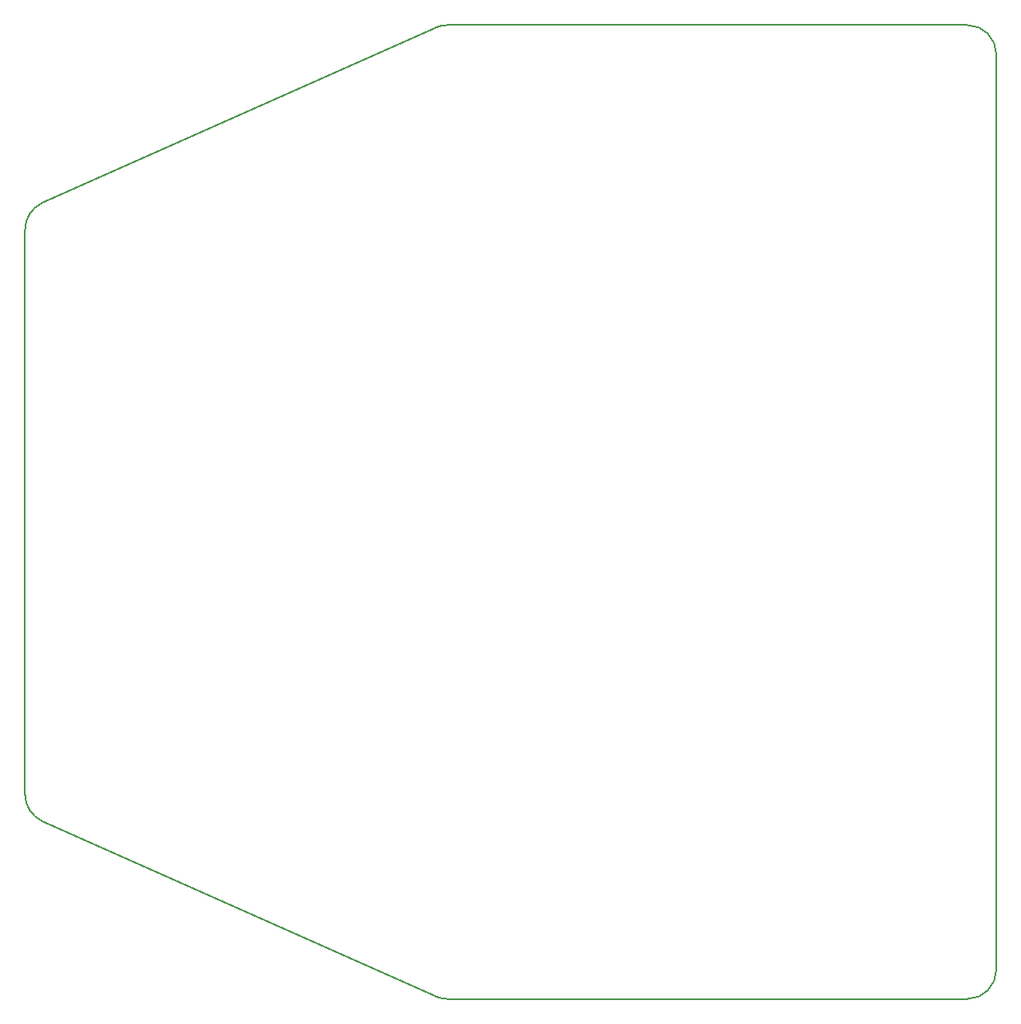
<source format=gm1>
%TF.GenerationSoftware,KiCad,Pcbnew,7.0.1*%
%TF.CreationDate,2023-04-24T02:46:49-04:00*%
%TF.ProjectId,quadrate_pcb_routed,71756164-7261-4746-955f-7063625f726f,v1.0.0*%
%TF.SameCoordinates,Original*%
%TF.FileFunction,Profile,NP*%
%FSLAX46Y46*%
G04 Gerber Fmt 4.6, Leading zero omitted, Abs format (unit mm)*
G04 Created by KiCad (PCBNEW 7.0.1) date 2023-04-24 02:46:49*
%MOMM*%
%LPD*%
G01*
G04 APERTURE LIST*
%TA.AperFunction,Profile*%
%ADD10C,0.150000*%
%TD*%
G04 APERTURE END LIST*
D10*
X144653895Y-101607262D02*
G75*
G03*
X142875000Y-104347537I1221105J-2740238D01*
G01*
X186263174Y-83349990D02*
G75*
G03*
X185042083Y-83609757I26J-3000010D01*
G01*
X185042087Y-183090234D02*
G75*
G03*
X186263174Y-183350000I1221113J2740234D01*
G01*
X239675000Y-183350000D02*
G75*
G03*
X242675000Y-180350000I0J3000000D01*
G01*
X242675000Y-86350000D02*
G75*
G03*
X239675000Y-83350000I-3000000J0D01*
G01*
X186263174Y-83350000D02*
X239675000Y-83350000D01*
X185042083Y-183090244D02*
X144653909Y-165092707D01*
X242675000Y-86350000D02*
X242675000Y-180350000D01*
X142875000Y-162352463D02*
X142875000Y-104347537D01*
X144653909Y-101607293D02*
X185042083Y-83609756D01*
X239675000Y-183350000D02*
X186263174Y-183350000D01*
X142875034Y-162352463D02*
G75*
G03*
X144653909Y-165092707I2999966J-37D01*
G01*
M02*

</source>
